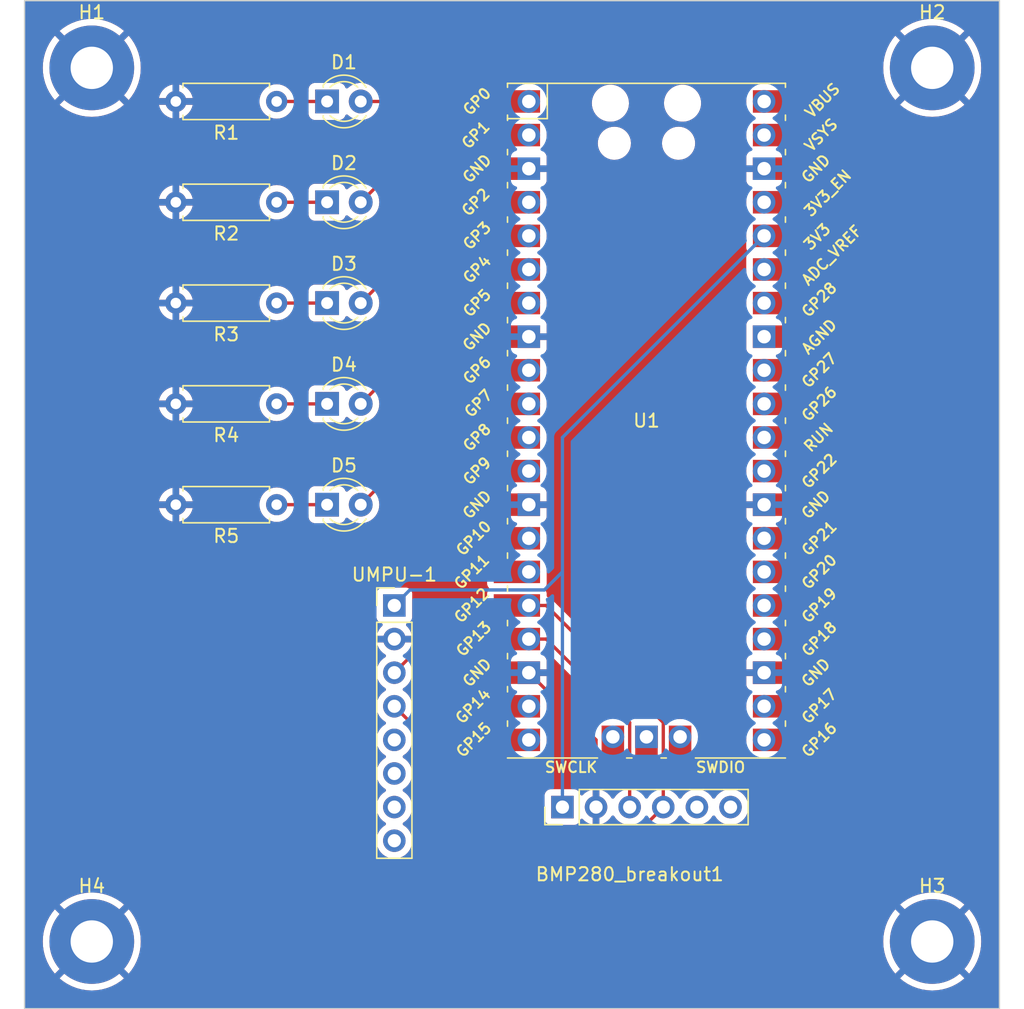
<source format=kicad_pcb>
(kicad_pcb (version 20221018) (generator pcbnew)
  (layers (0 "F.Cu" signal) (31 "B.Cu" signal) (34 "B.Paste" user) (35 "F.Paste" user) (36 "B.SilkS" user "B.Silkscreen") (37 "F.SilkS" user "F.Silkscreen") (38 "B.Mask" user) (39 "F.Mask" user) (44 "Edge.Cuts" user))
  (net 0 "")
  (net 1 "GND")
  (net 2 "Net-(D1-K)")
  (net 3 "Net-(D5-K)")
  (net 4 "Net-(D4-K)")
  (net 5 "Net-(D3-K)")
  (net 6 "Net-(D2-K)")
  (net 7 "Net-(D1-A)")
  (net 8 "Net-(D2-A)")
  (net 9 "Net-(D3-A)")
  (net 10 "Net-(D4-A)")
  (net 11 "Net-(D5-A)")
  (net 44 "Net-(BMP280_breakout1-VCC)")
  (net 45 "Net-(BMP280_breakout1-SCL)")
  (net 46 "Net-(BMP280_breakout1-SDA)")
  (footprint "Connector_PinHeader_2.54mm:PinHeader_1x08_P2.54mm_Vertical" (layer "F.Cu") (at 129.54 119.38)
    (fp_text reference "UMPU-1" (at 0 -2.33) (layer "F.SilkS"))
    (fp_text value "~")
    (fp_line (start -1.33 -1.33) (end 0 -1.33) (stroke (width 0.12)) (layer "F.SilkS"))
    (fp_line (start -1.33 0) (end -1.33 -1.33) (stroke (width 0.12)) (layer "F.SilkS"))
    (fp_line (start -1.33 1.27) (end -1.33 19.11) (stroke (width 0.12)) (layer "F.SilkS"))
    (fp_line (start -1.33 1.27) (end 1.33 1.27) (stroke (width 0.12)) (layer "F.SilkS"))
    (fp_line (start -1.33 19.11) (end 1.33 19.11) (stroke (width 0.12)) (layer "F.SilkS"))
    (fp_line (start 1.33 1.27) (end 1.33 19.11) (stroke (width 0.12)) (layer "F.SilkS"))
    (pad "1" thru_hole rect (at 0 0) (size 1.7 1.7) (drill 1) (layers "*.Cu" "*.Mask") (net 44 "Net-(BMP280_breakout1-VCC)"))
    (pad "2" thru_hole oval (at 0 2.54) (size 1.7 1.7) (drill 1) (layers "*.Cu" "*.Mask") (net 1 "GND"))
    (pad "3" thru_hole oval (at 0 5.08) (size 1.7 1.7) (drill 1) (layers "*.Cu" "*.Mask") (net 45 "Net-(BMP280_breakout1-SCL)"))
    (pad "4" thru_hole oval (at 0 7.62) (size 1.7 1.7) (drill 1) (layers "*.Cu" "*.Mask") (net 46 "Net-(BMP280_breakout1-SDA)"))
    (pad "5" thru_hole oval (at 0 10.16) (size 1.7 1.7) (drill 1) (layers "*.Cu" "*.Mask"))
    (pad "6" thru_hole oval (at 0 12.7) (size 1.7 1.7) (drill 1) (layers "*.Cu" "*.Mask"))
    (pad "7" thru_hole oval (at 0 15.24) (size 1.7 1.7) (drill 1) (layers "*.Cu" "*.Mask"))
    (pad "8" thru_hole oval (at 0 17.78) (size 1.7 1.7) (drill 1) (layers "*.Cu" "*.Mask"))
  )
  (footprint "Resistor_THT:R_Axial_DIN0207_L6.3mm_D2.5mm_P7.62mm_Horizontal" (layer "F.Cu") (at 120.65 88.9 180)
    (fp_text reference "R2" (at 3.81 -2.37) (layer "F.SilkS"))
    (fp_text value "R")
    (fp_line (start 0.54 -1.37) (end 7.08 -1.37) (stroke (width 0.12)) (layer "F.SilkS"))
    (fp_line (start 0.54 -1.04) (end 0.54 -1.37) (stroke (width 0.12)) (layer "F.SilkS"))
    (fp_line (start 0.54 1.04) (end 0.54 1.37) (stroke (width 0.12)) (layer "F.SilkS"))
    (fp_line (start 0.54 1.37) (end 7.08 1.37) (stroke (width 0.12)) (layer "F.SilkS"))
    (fp_line (start 7.08 -1.37) (end 7.08 -1.04) (stroke (width 0.12)) (layer "F.SilkS"))
    (fp_line (start 7.08 1.37) (end 7.08 1.04) (stroke (width 0.12)) (layer "F.SilkS"))
    (pad "1" thru_hole circle (at 0 0 180) (size 1.6 1.6) (drill 0.8) (layers "*.Cu" "*.Mask") (net 6 "Net-(D2-K)"))
    (pad "2" thru_hole oval (at 7.62 0 180) (size 1.6 1.6) (drill 0.8) (layers "*.Cu" "*.Mask") (net 1 "GND"))
  )
  (footprint "LED_THT:LED_D3.0mm" (layer "F.Cu") (at 124.46 111.76)
    (fp_text reference "D5" (at 1.27 -2.96) (layer "F.SilkS"))
    (fp_text value "LED")
    (fp_line (start -0.29 -1.236) (end -0.29 -1.08) (stroke (width 0.12)) (layer "F.SilkS"))
    (fp_line (start -0.29 1.08) (end -0.29 1.236) (stroke (width 0.12)) (layer "F.SilkS"))
    (fp_arc (start -0.29 -1.235516) (mid 1.366487 -1.987659) (end 2.942335 -1.078608) (stroke (width 0.12)) (layer "F.SilkS"))
    (fp_arc (start 0.229039 -1.08) (mid 1.270117 -1.5) (end 2.31113 -1.079837) (stroke (width 0.12)) (layer "F.SilkS"))
    (fp_arc (start 2.31113 1.079837) (mid 1.270117 1.5) (end 0.229039 1.08) (stroke (width 0.12)) (layer "F.SilkS"))
    (fp_arc (start 2.942335 1.078608) (mid 1.366487 1.987659) (end -0.29 1.235516) (stroke (width 0.12)) (layer "F.SilkS"))
    (pad "1" thru_hole rect (at 0 0) (size 1.8 1.8) (drill 0.9) (layers "*.Cu" "*.Mask") (net 3 "Net-(D5-K)"))
    (pad "2" thru_hole circle (at 2.54 0) (size 1.8 1.8) (drill 0.9) (layers "*.Cu" "*.Mask") (net 11 "Net-(D5-A)"))
  )
  (footprint "LED_THT:LED_D3.0mm" (layer "F.Cu") (at 124.46 88.9)
    (fp_text reference "D2" (at 1.27 -2.96) (layer "F.SilkS"))
    (fp_text value "LED")
    (fp_line (start -0.29 -1.236) (end -0.29 -1.08) (stroke (width 0.12)) (layer "F.SilkS"))
    (fp_line (start -0.29 1.08) (end -0.29 1.236) (stroke (width 0.12)) (layer "F.SilkS"))
    (fp_arc (start -0.29 -1.235516) (mid 1.366487 -1.987659) (end 2.942335 -1.078608) (stroke (width 0.12)) (layer "F.SilkS"))
    (fp_arc (start 0.229039 -1.08) (mid 1.270117 -1.5) (end 2.31113 -1.079837) (stroke (width 0.12)) (layer "F.SilkS"))
    (fp_arc (start 2.31113 1.079837) (mid 1.270117 1.5) (end 0.229039 1.08) (stroke (width 0.12)) (layer "F.SilkS"))
    (fp_arc (start 2.942335 1.078608) (mid 1.366487 1.987659) (end -0.29 1.235516) (stroke (width 0.12)) (layer "F.SilkS"))
    (pad "1" thru_hole rect (at 0 0) (size 1.8 1.8) (drill 0.9) (layers "*.Cu" "*.Mask") (net 6 "Net-(D2-K)"))
    (pad "2" thru_hole circle (at 2.54 0) (size 1.8 1.8) (drill 0.9) (layers "*.Cu" "*.Mask") (net 8 "Net-(D2-A)"))
  )
  (footprint "MountingHole:MountingHole_3.2mm_M3_Pad_TopBottom" (layer "F.Cu") (at 170.18 144.78)
    (fp_text reference "H3" (at 0 -4.2) (layer "F.SilkS"))
    (fp_text value "MountingHole_Pad")
    (pad "1" thru_hole circle (at 0 0) (size 3.6 3.6) (drill 3.2) (layers "*.Cu" "*.Mask") (net 1 "GND"))
    (pad "1" connect circle (at 0 0) (size 6.4 6.4) (layers "F.Cu" "F.Mask") (net 1 "GND"))
    (pad "1" connect circle (at 0 0) (size 6.4 6.4) (layers "B.Cu" "B.Mask") (net 1 "GND"))
  )
  (footprint "LED_THT:LED_D3.0mm" (layer "F.Cu") (at 124.46 96.52)
    (fp_text reference "D3" (at 1.27 -2.96) (layer "F.SilkS"))
    (fp_text value "LED")
    (fp_line (start -0.29 -1.236) (end -0.29 -1.08) (stroke (width 0.12)) (layer "F.SilkS"))
    (fp_line (start -0.29 1.08) (end -0.29 1.236) (stroke (width 0.12)) (layer "F.SilkS"))
    (fp_arc (start -0.29 -1.235516) (mid 1.366487 -1.987659) (end 2.942335 -1.078608) (stroke (width 0.12)) (layer "F.SilkS"))
    (fp_arc (start 0.229039 -1.08) (mid 1.270117 -1.5) (end 2.31113 -1.079837) (stroke (width 0.12)) (layer "F.SilkS"))
    (fp_arc (start 2.31113 1.079837) (mid 1.270117 1.5) (end 0.229039 1.08) (stroke (width 0.12)) (layer "F.SilkS"))
    (fp_arc (start 2.942335 1.078608) (mid 1.366487 1.987659) (end -0.29 1.235516) (stroke (width 0.12)) (layer "F.SilkS"))
    (pad "1" thru_hole rect (at 0 0) (size 1.8 1.8) (drill 0.9) (layers "*.Cu" "*.Mask") (net 5 "Net-(D3-K)"))
    (pad "2" thru_hole circle (at 2.54 0) (size 1.8 1.8) (drill 0.9) (layers "*.Cu" "*.Mask") (net 9 "Net-(D3-A)"))
  )
  (footprint "MountingHole:MountingHole_3.2mm_M3_Pad_TopBottom" (layer "F.Cu") (at 170.18 78.74)
    (fp_text reference "H2" (at 0 -4.2) (layer "F.SilkS"))
    (fp_text value "MountingHole_Pad")
    (pad "1" thru_hole circle (at 0 0) (size 3.6 3.6) (drill 3.2) (layers "*.Cu" "*.Mask") (net 1 "GND"))
    (pad "1" connect circle (at 0 0) (size 6.4 6.4) (layers "F.Cu" "F.Mask") (net 1 "GND"))
    (pad "1" connect circle (at 0 0) (size 6.4 6.4) (layers "B.Cu" "B.Mask") (net 1 "GND"))
  )
  (footprint "Connector_PinHeader_2.54mm:PinHeader_1x06_P2.54mm_Vertical" (layer "F.Cu") (at 142.24 134.62 90)
    (fp_text reference "BMP280_breakout1" (at -5.08 5.08 180) (layer "F.SilkS"))
    (fp_text value "~")
    (fp_line (start -1.33 -1.33) (end 0 -1.33) (stroke (width 0.12)) (layer "F.SilkS"))
    (fp_line (start -1.33 0) (end -1.33 -1.33) (stroke (width 0.12)) (layer "F.SilkS"))
    (fp_line (start -1.33 1.27) (end -1.33 14.03) (stroke (width 0.12)) (layer "F.SilkS"))
    (fp_line (start -1.33 1.27) (end 1.33 1.27) (stroke (width 0.12)) (layer "F.SilkS"))
    (fp_line (start -1.33 14.03) (end 1.33 14.03) (stroke (width 0.12)) (layer "F.SilkS"))
    (fp_line (start 1.33 1.27) (end 1.33 14.03) (stroke (width 0.12)) (layer "F.SilkS"))
    (pad "1" thru_hole rect (at 0 0 90) (size 1.7 1.7) (drill 1) (layers "*.Cu" "*.Mask") (net 44 "Net-(BMP280_breakout1-VCC)"))
    (pad "2" thru_hole oval (at 0 2.54 90) (size 1.7 1.7) (drill 1) (layers "*.Cu" "*.Mask") (net 1 "GND"))
    (pad "3" thru_hole oval (at 0 5.08 90) (size 1.7 1.7) (drill 1) (layers "*.Cu" "*.Mask") (net 45 "Net-(BMP280_breakout1-SCL)"))
    (pad "4" thru_hole oval (at 0 7.62 90) (size 1.7 1.7) (drill 1) (layers "*.Cu" "*.Mask") (net 46 "Net-(BMP280_breakout1-SDA)"))
    (pad "5" thru_hole oval (at 0 10.16 90) (size 1.7 1.7) (drill 1) (layers "*.Cu" "*.Mask"))
    (pad "6" thru_hole oval (at 0 12.7 90) (size 1.7 1.7) (drill 1) (layers "*.Cu" "*.Mask"))
  )
  (footprint "MountingHole:MountingHole_3.2mm_M3_Pad_TopBottom" (layer "F.Cu") (at 106.68 78.74)
    (fp_text reference "H1" (at 0 -4.2) (layer "F.SilkS"))
    (fp_text value "MountingHole_Pad")
    (pad "1" thru_hole circle (at 0 0) (size 3.6 3.6) (drill 3.2) (layers "*.Cu" "*.Mask") (net 1 "GND"))
    (pad "1" connect circle (at 0 0) (size 6.4 6.4) (layers "F.Cu" "F.Mask") (net 1 "GND"))
    (pad "1" connect circle (at 0 0) (size 6.4 6.4) (layers "B.Cu" "B.Mask") (net 1 "GND"))
  )
  (footprint "Resistor_THT:R_Axial_DIN0207_L6.3mm_D2.5mm_P7.62mm_Horizontal" (layer "F.Cu") (at 120.65 111.76 180)
    (fp_text reference "R5" (at 3.81 -2.37) (layer "F.SilkS"))
    (fp_text value "R")
    (fp_line (start 0.54 -1.37) (end 7.08 -1.37) (stroke (width 0.12)) (layer "F.SilkS"))
    (fp_line (start 0.54 -1.04) (end 0.54 -1.37) (stroke (width 0.12)) (layer "F.SilkS"))
    (fp_line (start 0.54 1.04) (end 0.54 1.37) (stroke (width 0.12)) (layer "F.SilkS"))
    (fp_line (start 0.54 1.37) (end 7.08 1.37) (stroke (width 0.12)) (layer "F.SilkS"))
    (fp_line (start 7.08 -1.37) (end 7.08 -1.04) (stroke (width 0.12)) (layer "F.SilkS"))
    (fp_line (start 7.08 1.37) (end 7.08 1.04) (stroke (width 0.12)) (layer "F.SilkS"))
    (pad "1" thru_hole circle (at 0 0 180) (size 1.6 1.6) (drill 0.8) (layers "*.Cu" "*.Mask") (net 3 "Net-(D5-K)"))
    (pad "2" thru_hole oval (at 7.62 0 180) (size 1.6 1.6) (drill 0.8) (layers "*.Cu" "*.Mask") (net 1 "GND"))
  )
  (footprint "MountingHole:MountingHole_3.2mm_M3_Pad_TopBottom" (layer "F.Cu") (at 106.68 144.78)
    (fp_text reference "H4" (at 0 -4.2) (layer "F.SilkS"))
    (fp_text value "MountingHole_Pad")
    (pad "1" thru_hole circle (at 0 0) (size 3.6 3.6) (drill 3.2) (layers "*.Cu" "*.Mask") (net 1 "GND"))
    (pad "1" connect circle (at 0 0) (size 6.4 6.4) (layers "F.Cu" "F.Mask") (net 1 "GND"))
    (pad "1" connect circle (at 0 0) (size 6.4 6.4) (layers "B.Cu" "B.Mask") (net 1 "GND"))
  )
  (footprint "Resistor_THT:R_Axial_DIN0207_L6.3mm_D2.5mm_P7.62mm_Horizontal" (layer "F.Cu") (at 120.65 81.28 180)
    (fp_text reference "R1" (at 3.81 -2.37) (layer "F.SilkS"))
    (fp_text value "R")
    (fp_line (start 0.54 -1.37) (end 7.08 -1.37) (stroke (width 0.12)) (layer "F.SilkS"))
    (fp_line (start 0.54 -1.04) (end 0.54 -1.37) (stroke (width 0.12)) (layer "F.SilkS"))
    (fp_line (start 0.54 1.04) (end 0.54 1.37) (stroke (width 0.12)) (layer "F.SilkS"))
    (fp_line (start 0.54 1.37) (end 7.08 1.37) (stroke (width 0.12)) (layer "F.SilkS"))
    (fp_line (start 7.08 -1.37) (end 7.08 -1.04) (stroke (width 0.12)) (layer "F.SilkS"))
    (fp_line (start 7.08 1.37) (end 7.08 1.04) (stroke (width 0.12)) (layer "F.SilkS"))
    (pad "1" thru_hole circle (at 0 0 180) (size 1.6 1.6) (drill 0.8) (layers "*.Cu" "*.Mask") (net 2 "Net-(D1-K)"))
    (pad "2" thru_hole oval (at 7.62 0 180) (size 1.6 1.6) (drill 0.8) (layers "*.Cu" "*.Mask") (net 1 "GND"))
  )
  (footprint "MCU_RaspberryPi_and_Boards:RPi_Pico_SMD_TH" (layer "F.Cu") (at 148.59 105.41)
    (fp_text reference "U1" (at 0 0) (layer "F.SilkS"))
    (fp_text value "Pico")
    (fp_text user "GP21" (at 13.054 8.9 45) (layer "F.SilkS") (effects (font (size 0.8 0.8))))
    (fp_text user "GND" (at -12.8 -6.35 45) (layer "F.SilkS") (effects (font (size 0.8 0.8))))
    (fp_text user "GP19" (at 13.054 13.97 45) (layer "F.SilkS") (effects (font (size 0.8 0.8))))
    (fp_text user "GP17" (at 13.054 21.59 45) (layer "F.SilkS") (effects (font (size 0.8 0.8))))
    (fp_text user "3V3_EN" (at 13.7 -17.2 45) (layer "F.SilkS") (effects (font (size 0.8 0.8))))
    (fp_text user "SWCLK" (at -5.7 26.2) (layer "F.SilkS") (effects (font (size 0.8 0.8))))
    (fp_text user "GND" (at 12.8 -19.05 45) (layer "F.SilkS") (effects (font (size 0.8 0.8))))
    (fp_text user "GND" (at 12.8 6.35 45) (layer "F.SilkS") (effects (font (size 0.8 0.8))))
    (fp_text user "GP4" (at -12.8 -11.43 45) (layer "F.SilkS") (effects (font (size 0.8 0.8))))
    (fp_text user "VBUS" (at 13.3 -24.2 45) (layer "F.SilkS") (effects (font (size 0.8 0.8))))
    (fp_text user "GP12" (at -13.2 13.97 45) (layer "F.SilkS") (effects (font (size 0.8 0.8))))
    (fp_text user "ADC_VREF" (at 14 -12.5 45) (layer "F.SilkS") (effects (font (size 0.8 0.8))))
    (fp_text user "GP6" (at -12.8 -3.81 45) (layer "F.SilkS") (effects (font (size 0.8 0.8))))
    (fp_text user "GND" (at -12.8 -19.05 45) (layer "F.SilkS") (effects (font (size 0.8 0.8))))
    (fp_text user "GP14" (at -13.1 21.59 45) (layer "F.SilkS") (effects (font (size 0.8 0.8))))
    (fp_text user "GND" (at 12.8 19.05 45) (layer "F.SilkS") (effects (font (size 0.8 0.8))))
    (fp_text user "SWDIO" (at 5.6 26.2) (layer "F.SilkS") (effects (font (size 0.8 0.8))))
    (fp_text user "GP28" (at 13.054 -9.144 45) (layer "F.SilkS") (effects (font (size 0.8 0.8))))
    (fp_text user "GP15" (at -13.054 24.13 45) (layer "F.SilkS") (effects (font (size 0.8 0.8))))
    (fp_text user "AGND" (at 13.054 -6.35 45) (layer "F.SilkS") (effects (font (size 0.8 0.8))))
    (fp_text user "VSYS" (at 13.2 -21.59 45) (layer "F.SilkS") (effects (font (size 0.8 0.8))))
    (fp_text user "GP13" (at -13.054 16.51 45) (layer "F.SilkS") (effects (font (size 0.8 0.8))))
    (fp_text user "GP0" (at -12.8 -24.13 45) (layer "F.SilkS") (effects (font (size 0.8 0.8))))
    (fp_text user "GP8" (at -12.8 1.27 45) (layer "F.SilkS") (effects (font (size 0.8 0.8))))
    (fp_text user "GND" (at -12.8 6.35 45) (layer "F.SilkS") (effects (font (size 0.8 0.8))))
    (fp_text user "GP1" (at -12.9 -21.6 45) (layer "F.SilkS") (effects (font (size 0.8 0.8))))
    (fp_text user "GP11" (at -13.2 11.43 45) (layer "F.SilkS") (effects (font (size 0.8 0.8))))
    (fp_text user "GP18" (at 13.054 16.51 45) (layer "F.SilkS") (effects (font (size 0.8 0.8))))
    (fp_text user "GND" (at -12.8 19.05 45) (layer "F.SilkS") (effects (font (size 0.8 0.8))))
    (fp_text user "GP26" (at 13.054 -1.27 45) (layer "F.SilkS") (effects (font (size 0.8 0.8))))
    (fp_text user "GP10" (at -13.054 8.89 45) (layer "F.SilkS") (effects (font (size 0.8 0.8))))
    (fp_text user "GP20" (at 13.054 11.43 45) (layer "F.SilkS") (effects (font (size 0.8 0.8))))
    (fp_text user "GP2" (at -12.9 -16.51 45) (layer "F.SilkS") (effects (font (size 0.8 0.8))))
    (fp_text user "RUN" (at 13 1.27 45) (layer "F.SilkS") (effects (font (size 0.8 0.8))))
    (fp_text user "3V3" (at 12.9 -13.9 45) (layer "F.SilkS") (effects (font (size 0.8 0.8))))
    (fp_text user "GP27" (at 13.054 -3.8 45) (layer "F.SilkS") (effects (font (size 0.8 0.8))))
    (fp_text user "GP16" (at 13.054 24.13 45) (layer "F.SilkS") (effects (font (size 0.8 0.8))))
    (fp_text user "GP9" (at -12.8 3.81 45) (layer "F.SilkS") (effects (font (size 0.8 0.8))))
    (fp_text user "GP22" (at 13.054 3.81 45) (layer "F.SilkS") (effects (font (size 0.8 0.8))))
    (fp_text user "GP7" (at -12.7 -1.3 45) (layer "F.SilkS") (effects (font (size 0.8 0.8))))
    (fp_text user "GP3" (at -12.8 -13.97 45) (layer "F.SilkS") (effects (font (size 0.8 0.8))))
    (fp_text user "GP5" (at -12.8 -8.89 45) (layer "F.SilkS") (effects (font (size 0.8 0.8))))
    (fp_line (start -10.5 -25.5) (end -10.5 -25.2) (stroke (width 0.12)) (layer "F.SilkS"))
    (fp_line (start -10.5 -25.5) (end 10.5 -25.5) (stroke (width 0.12)) (layer "F.SilkS"))
    (fp_line (start -10.5 -23.1) (end -10.5 -22.7) (stroke (width 0.12)) (layer "F.SilkS"))
    (fp_line (start -10.5 -22.833) (end -7.493 -22.833) (stroke (width 0.12)) (layer "F.SilkS"))
    (fp_line (start -10.5 -20.5) (end -10.5 -20.1) (stroke (width 0.12)) (layer "F.SilkS"))
    (fp_line (start -10.5 -18) (end -10.5 -17.6) (stroke (width 0.12)) (layer "F.SilkS"))
    (fp_line (start -10.5 -15.4) (end -10.5 -15) (stroke (width 0.12)) (layer "F.SilkS"))
    (fp_line (start -10.5 -12.9) (end -10.5 -12.5) (stroke (width 0.12)) (layer "F.SilkS"))
    (fp_line (start -10.5 -10.4) (end -10.5 -10) (stroke (width 0.12)) (layer "F.SilkS"))
    (fp_line (start -10.5 -7.8) (end -10.5 -7.4) (stroke (width 0.12)) (layer "F.SilkS"))
    (fp_line (start -10.5 -5.3) (end -10.5 -4.9) (stroke (width 0.12)) (layer "F.SilkS"))
    (fp_line (start -10.5 -2.7) (end -10.5 -2.3) (stroke (width 0.12)) (layer "F.SilkS"))
    (fp_line (start -10.5 -0.2) (end -10.5 0.2) (stroke (width 0.12)) (layer "F.SilkS"))
    (fp_line (start -10.5 2.3) (end -10.5 2.7) (stroke (width 0.12)) (layer "F.SilkS"))
    (fp_line (start -10.5 4.9) (end -10.5 5.3) (stroke (width 0.12)) (layer "F.SilkS"))
    (fp_line (start -10.5 7.4) (end -10.5 7.8) (stroke (width 0.12)) (layer "F.SilkS"))
    (fp_line (start -10.5 10) (end -10.5 10.4) (stroke (width 0.12)) (layer "F.SilkS"))
    (fp_line (start -10.5 12.5) (end -10.5 12.9) (stroke (width 0.12)) (layer "F.SilkS"))
    (fp_line (start -10.5 15.1) (end -10.5 15.5) (stroke (width 0.12)) (layer "F.SilkS"))
    (fp_line (start -10.5 17.6) (end -10.5 18) (stroke (width 0.12)) (layer "F.SilkS"))
    (fp_line (start -10.5 20.1) (end -10.5 20.5) (stroke (width 0.12)) (layer "F.SilkS"))
    (fp_line (start -10.5 22.7) (end -10.5 23.1) (stroke (width 0.12)) (layer "F.SilkS"))
    (fp_line (start -7.493 -22.833) (end -7.493 -25.5) (stroke (width 0.12)) (layer "F.SilkS"))
    (fp_line (start -3.7 25.5) (end -10.5 25.5) (stroke (width 0.12)) (layer "F.SilkS"))
    (fp_line (start -1.5 25.5) (end -1.1 25.5) (stroke (width 0.12)) (layer "F.SilkS"))
    (fp_line (start 1.1 25.5) (end 1.5 25.5) (stroke (width 0.12)) (layer "F.SilkS"))
    (fp_line (start 10.5 -25.5) (end 10.5 -25.2) (stroke (width 0.12)) (layer "F.SilkS"))
    (fp_line (start 10.5 -23.1) (end 10.5 -22.7) (stroke (width 0.12)) (layer "F.SilkS"))
    (fp_line (start 10.5 -20.5) (end 10.5 -20.1) (stroke (width 0.12)) (layer "F.SilkS"))
    (fp_line (start 10.5 -18) (end 10.5 -17.6) (stroke (width 0.12)) (layer "F.SilkS"))
    (fp_line (start 10.5 -15.4) (end 10.5 -15) (stroke (width 0.12)) (layer "F.SilkS"))
    (fp_line (start 10.5 -12.9) (end 10.5 -12.5) (stroke (width 0.12)) (layer "F.SilkS"))
    (fp_line (start 10.5 -10.4) (end 10.5 -10) (stroke (width 0.12)) (layer "F.SilkS"))
    (fp_line (start 10.5 -7.8) (end 10.5 -7.4) (stroke (width 0.12)) (layer "F.SilkS"))
    (fp_line (start 10.5 -5.3) (end 10.5 -4.9) (stroke (width 0.12)) (layer "F.SilkS"))
    (fp_line (start 10.5 -2.7) (end 10.5 -2.3) (stroke (width 0.12)) (layer "F.SilkS"))
    (fp_line (start 10.5 -0.2) (end 10.5 0.2) (stroke (width 0.12)) (layer "F.SilkS"))
    (fp_line (start 10.5 2.3) (end 10.5 2.7) (stroke (width 0.12)) (layer "F.SilkS"))
    (fp_line (start 10.5 4.9) (end 10.5 5.3) (stroke (width 0.12)) (layer "F.SilkS"))
    (fp_line (start 10.5 7.4) (end 10.5 7.8) (stroke (width 0.12)) (layer "F.SilkS"))
    (fp_line (start 10.5 10) (end 10.5 10.4) (stroke (width 0.12)) (layer "F.SilkS"))
    (fp_line (start 10.5 12.5) (end 10.5 12.9) (stroke (width 0.12)) (layer "F.SilkS"))
    (fp_line (start 10.5 15.1) (end 10.5 15.5) (stroke (width 0.12)) (layer "F.SilkS"))
    (fp_line (start 10.5 17.6) (end 10.5 18) (stroke (width 0.12)) (layer "F.SilkS"))
    (fp_line (start 10.5 20.1) (end 10.5 20.5) (stroke (width 0.12)) (layer "F.SilkS"))
    (fp_line (start 10.5 22.7) (end 10.5 23.1) (stroke (width 0.12)) (layer "F.SilkS"))
    (fp_line (start 10.5 25.5) (end 3.7 25.5) (stroke (width 0.12)) (layer "F.SilkS"))
    (pad "" np_thru_hole oval (at -2.725 -24) (size 1.8 1.8) (drill 1.8) (layers "*.Cu" "*.Mask"))
    (pad "" np_thru_hole oval (at -2.425 -20.97) (size 1.5 1.5) (drill 1.5) (layers "*.Cu" "*.Mask"))
    (pad "" np_thru_hole oval (at 2.425 -20.97) (size 1.5 1.5) (drill 1.5) (layers "*.Cu" "*.Mask"))
    (pad "" np_thru_hole oval (at 2.725 -24) (size 1.8 1.8) (drill 1.8) (layers "*.Cu" "*.Mask"))
    (pad "1" thru_hole oval (at -8.89 -24.13) (size 1.7 1.7) (drill 1.02) (layers "*.Cu" "*.Mask") (net 7 "Net-(D1-A)"))
    (pad "1" smd rect (at -8.89 -24.13) (size 3.5 1.7) (drill (offset -0.9 0)) (layers "F.Cu" "F.Mask") (net 7 "Net-(D1-A)"))
    (pad "2" thru_hole oval (at -8.89 -21.59) (size 1.7 1.7) (drill 1.02) (layers "*.Cu" "*.Mask") (net 8 "Net-(D2-A)"))
    (pad "2" smd rect (at -8.89 -21.59) (size 3.5 1.7) (drill (offset -0.9 0)) (layers "F.Cu" "F.Mask") (net 8 "Net-(D2-A)"))
    (pad "3" thru_hole rect (at -8.89 -19.05) (size 1.7 1.7) (drill 1.02) (layers "*.Cu" "*.Mask") (net 1 "GND"))
    (pad "3" smd rect (at -8.89 -19.05) (size 3.5 1.7) (drill (offset -0.9 0)) (layers "F.Cu" "F.Mask") (net 1 "GND"))
    (pad "4" thru_hole oval (at -8.89 -16.51) (size 1.7 1.7) (drill 1.02) (layers "*.Cu" "*.Mask") (net 9 "Net-(D3-A)"))
    (pad "4" smd rect (at -8.89 -16.51) (size 3.5 1.7) (drill (offset -0.9 0)) (layers "F.Cu" "F.Mask") (net 9 "Net-(D3-A)"))
    (pad "5" thru_hole oval (at -8.89 -13.97) (size 1.7 1.7) (drill 1.02) (layers "*.Cu" "*.Mask") (net 10 "Net-(D4-A)"))
    (pad "5" smd rect (at -8.89 -13.97) (size 3.5 1.7) (drill (offset -0.9 0)) (layers "F.Cu" "F.Mask") (net 10 "Net-(D4-A)"))
    (pad "6" thru_hole oval (at -8.89 -11.43) (size 1.7 1.7) (drill 1.02) (layers "*.Cu" "*.Mask") (net 11 "Net-(D5-A)"))
    (pad "6" smd rect (at -8.89 -11.43) (size 3.5 1.7) (drill (offset -0.9 0)) (layers "F.Cu" "F.Mask") (net 11 "Net-(D5-A)"))
    (pad "7" thru_hole oval (at -8.89 -8.89) (size 1.7 1.7) (drill 1.02) (layers "*.Cu" "*.Mask"))
    (pad "7" smd rect (at -8.89 -8.89) (size 3.5 1.7) (drill (offset -0.9 0)) (layers "F.Cu" "F.Mask"))
    (pad "8" thru_hole rect (at -8.89 -6.35) (size 1.7 1.7) (drill 1.02) (layers "*.Cu" "*.Mask") (net 1 "GND"))
    (pad "8" smd rect (at -8.89 -6.35) (size 3.5 1.7) (drill (offset -0.9 0)) (layers "F.Cu" "F.Mask") (net 1 "GND"))
    (pad "9" thru_hole oval (at -8.89 -3.81) (size 1.7 1.7) (drill 1.02) (layers "*.Cu" "*.Mask"))
    (pad "9" smd rect (at -8.89 -3.81) (size 3.5 1.7) (drill (offset -0.9 0)) (layers "F.Cu" "F.Mask"))
    (pad "10" thru_hole oval (at -8.89 -1.27) (size 1.7 1.7) (drill 1.02) (layers "*.Cu" "*.Mask"))
    (pad "10" smd rect (at -8.89 -1.27) (size 3.5 1.7) (drill (offset -0.9 0)) (layers "F.Cu" "F.Mask"))
    (pad "11" thru_hole oval (at -8.89 1.27) (size 1.7 1.7) (drill 1.02) (layers "*.Cu" "*.Mask"))
    (pad "11" smd rect (at -8.89 1.27) (size 3.5 1.7) (drill (offset -0.9 0)) (layers "F.Cu" "F.Mask"))
    (pad "12" thru_hole oval (at -8.89 3.81) (size 1.7 1.7) (drill 1.02) (layers "*.Cu" "*.Mask"))
    (pad "12" smd rect (at -8.89 3.81) (size 3.5 1.7) (drill (offset -0.9 0)) (layers "F.Cu" "F.Mask"))
    (pad "13" thru_hole rect (at -8.89 6.35) (size 1.7 1.7) (drill 1.02) (layers "*.Cu" "*.Mask") (net 1 "GND"))
    (pad "13" smd rect (at -8.89 6.35) (size 3.5 1.7) (drill (offset -0.9 0)) (layers "F.Cu" "F.Mask") (net 1 "GND"))
    (pad "14" thru_hole oval (at -8.89 8.89) (size 1.7 1.7) (drill 1.02) (layers "*.Cu" "*.Mask"))
    (pad "14" smd rect (at -8.89 8.89) (size 3.5 1.7) (drill (offset -0.9 0)) (layers "F.Cu" "F.Mask"))
    (pad "15" thru_hole oval (at -8.89 11.43) (size 1.7 1.7) (drill 1.02) (layers "*.Cu" "*.Mask"))
    (pad "15" smd rect (at -8.89 11.43) (size 3.5 1.7) (drill (offset -0.9 0)) (layers "F.Cu" "F.Mask"))
    (pad "16" thru_hole oval (at -8.89 13.97) (size 1.7 1.7) (drill 1.02) (layers "*.Cu" "*.Mask") (net 46 "Net-(BMP280_breakout1-SDA)"))
    (pad "16" smd rect (at -8.89 13.97) (size 3.5 1.7) (drill (offset -0.9 0)) (layers "F.Cu" "F.Mask") (net 46 "Net-(BMP280_breakout1-SDA)"))
    (pad "17" thru_hole oval (at -8.89 16.51) (size 1.7 1.7) (drill 1.02) (layers "*.Cu" "*.Mask") (net 45 "Net-(BMP280_breakout1-SCL)"))
    (pad "17" smd rect (at -8.89 16.51) (size 3.5 1.7) (drill (offset -0.9 0)) (layers "F.Cu" "F.Mask") (net 45 "Net-(BMP280_breakout1-SCL)"))
    (pad "18" thru_hole rect (at -8.89 19.05) (size 1.7 1.7) (drill 1.02) (layers "*.Cu" "*.Mask") (net 1 "GND"))
    (pad "18" smd rect (at -8.89 19.05) (size 3.5 1.7) (drill (offset -0.9 0)) (layers "F.Cu" "F.Mask") (net 1 "GND"))
    (pad "19" thru_hole oval (at -8.89 21.59) (size 1.7 1.7) (drill 1.02) (layers "*.Cu" "*.Mask"))
    (pad "19" smd rect (at -8.89 21.59) (size 3.5 1.7) (drill (offset -0.9 0)) (layers "F.Cu" "F.Mask"))
    (pad "20" thru_hole oval (at -8.89 24.13) (size 1.7 1.7) (drill 1.02) (layers "*.Cu" "*.Mask"))
    (pad "20" smd rect (at -8.89 24.13) (size 3.5 1.7) (drill (offset -0.9 0)) (layers "F.Cu" "F.Mask"))
    (pad "21" thru_hole oval (at 8.89 24.13) (size 1.7 1.7) (drill 1.02) (layers "*.Cu" "*.Mask"))
    (pad "21" smd rect (at 8.89 24.13) (size 3.5 1.7) (drill (offset 0.9 0)) (layers "F.Cu" "F.Mask"))
    (pad "22" thru_hole oval (at 8.89 21.59) (size 1.7 1.7) (drill 1.02) (layers "*.Cu" "*.Mask"))
    (pad "22" smd rect (at 8.89 21.59) (size 3.5 1.7) (drill (offset 0.9 0)) (layers "F.Cu" "F.Mask"))
    (pad "23" thru_hole rect (at 8.89 19.05) (size 1.7 1.7) (drill 1.02) (layers "*.Cu" "*.Mask") (net 1 "GND"))
    (pad "23" smd rect (at 8.89 19.05) (size 3.5 1.7) (drill (offset 0.9 0)) (layers "F.Cu" "F.Mask") (net 1 "GND"))
    (pad "24" thru_hole oval (at 8.89 16.51) (size 1.7 1.7) (drill 1.02) (layers "*.Cu" "*.Mask"))
    (pad "24" smd rect (at 8.89 16.51) (size 3.5 1.7) (drill (offset 0.9 0)) (layers "F.Cu" "F.Mask"))
    (pad "25" thru_hole oval (at 8.89 13.97) (size 1.7 1.7) (drill 1.02) (layers "*.Cu" "*.Mask"))
    (pad "25" smd rect (at 8.89 13.97) (size 3.5 1.7) (drill (offset 0.9 0)) (layers "F.Cu" "F.Mask"))
    (pad "26" thru_hole oval (at 8.89 11.43) (size 1.7 1.7) (drill 1.02) (layers "*.Cu" "*.Mask"))
    (pad "26" smd rect (at 8.89 11.43) (size 3.5 1.7) (drill (offset 0.9 0)) (layers "F.Cu" "F.Mask"))
    (pad "27" thru_hole oval (at 8.89 8.89) (size 1.7 1.7) (drill 1.02) (layers "*.Cu" "*.Mask"))
    (pad "27" smd rect (at 8.89 8.89) (size 3.5 1.7) (drill (offset 0.9 0)) (layers "F.Cu" "F.Mask"))
    (pad "28" thru_hole rect (at 8.89 6.35) (size 1.7 1.7) (drill 1.02) (layers "*.Cu" "*.Mask") (net 1 "GND"))
    (pad "28" smd rect (at 8.89 6.35) (size 3.5 1.7) (drill (offset 0.9 0)) (layers "F.Cu" "F.Mask") (net 1 "GND"))
    (pad "29" thru_hole oval (at 8.89 3.81) (size 1.7 1.7) (drill 1.02) (layers "*.Cu" "*.Mask"))
    (pad "29" smd rect (at 8.89 3.81) (size 3.5 1.7) (drill (offset 0.9 0)) (layers "F.Cu" "F.Mask"))
    (pad "30" thru_hole oval (at 8.89 1.27) (size 1.7 1.7) (drill 1.02) (layers "*.Cu" "*.Mask"))
    (pad "30" smd rect (at 8.89 1.27) (size 3.5 1.7) (drill (offset 0.9 0)) (layers "F.Cu" "F.Mask"))
    (pad "31" thru_hole oval (at 8.89 -1.27) (size 1.7 1.7) (drill 1.02) (layers "*.Cu" "*.Mask"))
    (pad "31" smd rect (at 8.89 -1.27) (size 3.5 1.7) (drill (offset 0.9 0)) (layers "F.Cu" "F.Mask"))
    (pad "32" thru_hole oval (at 8.89 -3.81) (size 1.7 1.7) (drill 1.02) (layers "*.Cu" "*.Mask"))
    (pad "32" smd rect (at 8.89 -3.81) (size 3.5 1.7) (drill (offset 0.9 0)) (layers "F.Cu" "F.Mask"))
    (pad "33" thru_hole rect (at 8.89 -6.35) (size 1.7 1.7) (drill 1.02) (layers "*.Cu" "*.Mask"))
    (pad "33" smd rect (at 8.89 -6.35) (size 3.5 1.7) (drill (offset 0.9 0)) (layers "F.Cu" "F.Mask"))
    (pad "34" thru_hole oval (at 8.89 -8.89) (size 1.7 1.7) (drill 1.02) (layers "*.Cu" "*.Mask"))
    (pad "34" smd rect (at 8.89 -8.89) (size 3.5 1.7) (drill (offset 0.9 0)) (layers "F.Cu" "F.Mask"))
    (pad "35" thru_hole oval (at 8.89 -11.43) (size 1.7 1.7) (drill 1.02) (layers "*.Cu" "*.Mask"))
    (pad "35" smd rect (at 8.89 -11.43) (size 3.5 1.7) (drill (offset 0.9 0)) (layers "F.Cu" "F.Mask"))
    (pad "36" thru_hole oval (at 8.89 -13.97) (size 1.7 1.7) (drill 1.02) (layers "*.Cu" "*.Mask") (net 44 "Net-(BMP280_breakout1-VCC)"))
    (pad "36" smd rect (at 8.89 -13.97) (size 3.5 1.7) (drill (offset 0.9 0)) (layers "F.Cu" "F.Mask") (net 44 "Net-(BMP280_breakout1-VCC)"))
    (pad "37" thru_hole oval (at 8.89 -16.51) (size 1.7 1.7) (drill 1.02) (layers "*.Cu" "*.Mask"))
    (pad "37" smd rect (at 8.89 -16.51) (size 3.5 1.7) (drill (offset 0.9 0)) (layers "F.Cu" "F.Mask"))
    (pad "38" thru_hole rect (at 8.89 -19.05) (size 1.7 1.7) (drill 1.02) (layers "*.Cu" "*.Mask") (net 1 "GND"))
    (pad "38" smd rect (at 8.89 -19.05) (size 3.5 1.7) (drill (offset 0.9 0)) (layers "F.Cu" "F.Mask") (net 1 "GND"))
    (pad "39" thru_hole oval (at 8.89 -21.59) (size 1.7 1.7) (drill 1.02) (layers "*.Cu" "*.Mask"))
    (pad "39" smd rect (at 8.89 -21.59) (size 3.5 1.7) (drill (offset 0.9 0)) (layers "F.Cu" "F.Mask"))
    (pad "40" thru_hole oval (at 8.89 -24.13) (size 1.7 1.7) (drill 1.02) (layers "*.Cu" "*.Mask"))
    (pad "40" smd rect (at 8.89 -24.13) (size 3.5 1.7) (drill (offset 0.9 0)) (layers "F.Cu" "F.Mask"))
    (pad "41" thru_hole oval (at -2.54 23.9) (size 1.7 1.7) (drill 1.02) (layers "*.Cu" "*.Mask"))
    (pad "41" smd rect (at -2.54 23.9 90) (size 3.5 1.7) (drill (offset -0.9 0)) (layers "F.Cu" "F.Mask"))
    (pad "42" thru_hole rect (at 0 23.9) (size 1.7 1.7) (drill 1.02) (layers "*.Cu" "*.Mask"))
    (pad "42" smd rect (at 0 23.9 90) (size 3.5 1.7) (drill (offset -0.9 0)) (layers "F.Cu" "F.Mask"))
    (pad "43" thru_hole oval (at 2.54 23.9) (size 1.7 1.7) (drill 1.02) (layers "*.Cu" "*.Mask"))
    (pad "43" smd rect (at 2.54 23.9 90) (size 3.5 1.7) (drill (offset -0.9 0)) (layers "F.Cu" "F.Mask"))
  )
  (footprint "LED_THT:LED_D3.0mm" (layer "F.Cu") (at 124.46 81.28)
    (fp_text reference "D1" (at 1.27 -2.96) (layer "F.SilkS"))
    (fp_text value "LED")
    (fp_line (start -0.29 -1.236) (end -0.29 -1.08) (stroke (width 0.12)) (layer "F.SilkS"))
    (fp_line (start -0.29 1.08) (end -0.29 1.236) (stroke (width 0.12)) (layer "F.SilkS"))
    (fp_arc (start -0.29 -1.235516) (mid 1.366487 -1.987659) (end 2.942335 -1.078608) (stroke (width 0.12)) (layer "F.SilkS"))
    (fp_arc (start 0.229039 -1.08) (mid 1.270117 -1.5) (end 2.31113 -1.079837) (stroke (width 0.12)) (layer "F.SilkS"))
    (fp_arc (start 2.31113 1.079837) (mid 1.270117 1.5) (end 0.229039 1.08) (stroke (width 0.12)) (layer "F.SilkS"))
    (fp_arc (start 2.942335 1.078608) (mid 1.366487 1.987659) (end -0.29 1.235516) (stroke (width 0.12)) (layer "F.SilkS"))
    (pad "1" thru_hole rect (at 0 0) (size 1.8 1.8) (drill 0.9) (layers "*.Cu" "*.Mask") (net 2 "Net-(D1-K)"))
    (pad "2" thru_hole circle (at 2.54 0) (size 1.8 1.8) (drill 0.9) (layers "*.Cu" "*.Mask") (net 7 "Net-(D1-A)"))
  )
  (footprint "Resistor_THT:R_Axial_DIN0207_L6.3mm_D2.5mm_P7.62mm_Horizontal" (layer "F.Cu") (at 120.65 104.14 180)
    (fp_text reference "R4" (at 3.81 -2.37) (layer "F.SilkS"))
    (fp_text value "R")
    (fp_line (start 0.54 -1.37) (end 7.08 -1.37) (stroke (width 0.12)) (layer "F.SilkS"))
    (fp_line (start 0.54 -1.04) (end 0.54 -1.37) (stroke (width 0.12)) (layer "F.SilkS"))
    (fp_line (start 0.54 1.04) (end 0.54 1.37) (stroke (width 0.12)) (layer "F.SilkS"))
    (fp_line (start 0.54 1.37) (end 7.08 1.37) (stroke (width 0.12)) (layer "F.SilkS"))
    (fp_line (start 7.08 -1.37) (end 7.08 -1.04) (stroke (width 0.12)) (layer "F.SilkS"))
    (fp_line (start 7.08 1.37) (end 7.08 1.04) (stroke (width 0.12)) (layer "F.SilkS"))
    (pad "1" thru_hole circle (at 0 0 180) (size 1.6 1.6) (drill 0.8) (layers "*.Cu" "*.Mask") (net 4 "Net-(D4-K)"))
    (pad "2" thru_hole oval (at 7.62 0 180) (size 1.6 1.6) (drill 0.8) (layers "*.Cu" "*.Mask") (net 1 "GND"))
  )
  (footprint "Resistor_THT:R_Axial_DIN0207_L6.3mm_D2.5mm_P7.62mm_Horizontal" (layer "F.Cu") (at 120.65 96.52 180)
    (fp_text reference "R3" (at 3.81 -2.37) (layer "F.SilkS"))
    (fp_text value "R")
    (fp_line (start 0.54 -1.37) (end 7.08 -1.37) (stroke (width 0.12)) (layer "F.SilkS"))
    (fp_line (start 0.54 -1.04) (end 0.54 -1.37) (stroke (width 0.12)) (layer "F.SilkS"))
    (fp_line (start 0.54 1.04) (end 0.54 1.37) (stroke (width 0.12)) (layer "F.SilkS"))
    (fp_line (start 0.54 1.37) (end 7.08 1.37) (stroke (width 0.12)) (layer "F.SilkS"))
    (fp_line (start 7.08 -1.37) (end 7.08 -1.04) (stroke (width 0.12)) (layer "F.SilkS"))
    (fp_line (start 7.08 1.37) (end 7.08 1.04) (stroke (width 0.12)) (layer "F.SilkS"))
    (pad "1" thru_hole circle (at 0 0 180) (size 1.6 1.6) (drill 0.8) (layers "*.Cu" "*.Mask") (net 5 "Net-(D3-K)"))
    (pad "2" thru_hole oval (at 7.62 0 180) (size 1.6 1.6) (drill 0.8) (layers "*.Cu" "*.Mask") (net 1 "GND"))
  )
  (footprint "LED_THT:LED_D3.0mm" (layer "F.Cu") (at 124.46 104.14)
    (fp_text reference "D4" (at 1.27 -2.96) (layer "F.SilkS"))
    (fp_text value "LED")
    (fp_line (start -0.29 -1.236) (end -0.29 -1.08) (stroke (width 0.12)) (layer "F.SilkS"))
    (fp_line (start -0.29 1.08) (end -0.29 1.236) (stroke (width 0.12)) (layer "F.SilkS"))
    (fp_arc (start -0.29 -1.235516) (mid 1.366487 -1.987659) (end 2.942335 -1.078608) (stroke (width 0.12)) (layer "F.SilkS"))
    (fp_arc (start 0.229039 -1.08) (mid 1.270117 -1.5) (end 2.31113 -1.079837) (stroke (width 0.12)) (layer "F.SilkS"))
    (fp_arc (start 2.31113 1.079837) (mid 1.270117 1.5) (end 0.229039 1.08) (stroke (width 0.12)) (layer "F.SilkS"))
    (fp_arc (start 2.942335 1.078608) (mid 1.366487 1.987659) (end -0.29 1.235516) (stroke (width 0.12)) (layer "F.SilkS"))
    (pad "1" thru_hole rect (at 0 0) (size 1.8 1.8) (drill 0.9) (layers "*.Cu" "*.Mask") (net 4 "Net-(D4-K)"))
    (pad "2" thru_hole circle (at 2.54 0) (size 1.8 1.8) (drill 0.9) (layers "*.Cu" "*.Mask") (net 10 "Net-(D4-A)"))
  )
  (gr_rect (start 101.6 73.66) (end 175.26 149.86) (stroke (width 0.1)) (fill none) (layer "Edge.Cuts"))
  (segment (start 144.78 129.54) (end 139.7 124.46) (width 0.25) (layer "F.Cu") (net 1))
  (segment (start 144.78 134.62) (end 144.78 129.54) (width 0.25) (layer "F.Cu") (net 1))
  (segment (start 120.65 81.28) (end 124.46 81.28) (width 0.25) (layer "F.Cu") (net 2))
  (segment (start 124.46 111.76) (end 120.65 111.76) (width 0.25) (layer "F.Cu") (net 3))
  (segment (start 120.65 104.14) (end 124.46 104.14) (width 0.25) (layer "F.Cu") (net 4))
  (segment (start 120.65 96.52) (end 124.46 96.52) (width 0.25) (layer "F.Cu") (net 5))
  (segment (start 120.65 88.9) (end 124.46 88.9) (width 0.25) (layer "F.Cu") (net 6))
  (segment (start 127 81.28) (end 139.7 81.28) (width 0.25) (layer "F.Cu") (net 7))
  (segment (start 127 88.9) (end 132.08 83.82) (width 0.25) (layer "F.Cu") (net 8))
  (segment (start 132.08 83.82) (end 139.7 83.82) (width 0.25) (layer "F.Cu") (net 8))
  (segment (start 134.62 88.9) (end 139.7 88.9) (width 0.25) (layer "F.Cu") (net 9))
  (segment (start 127 96.52) (end 134.62 88.9) (width 0.25) (layer "F.Cu") (net 9))
  (segment (start 129.54 101.6) (end 129.54 96.52) (width 0.25) (layer "F.Cu") (net 10))
  (segment (start 129.54 96.52) (end 134.62 91.44) (width 0.25) (layer "F.Cu") (net 10))
  (segment (start 127 104.14) (end 129.54 101.6) (width 0.25) (layer "F.Cu") (net 10))
  (segment (start 134.62 91.44) (end 139.7 91.44) (width 0.25) (layer "F.Cu") (net 10))
  (segment (start 132.08 106.68) (end 132.08 96.52) (width 0.25) (layer "F.Cu") (net 11))
  (segment (start 127 111.76) (end 132.08 106.68) (width 0.25) (layer "F.Cu") (net 11))
  (segment (start 134.62 93.98) (end 139.7 93.98) (width 0.25) (layer "F.Cu") (net 11))
  (segment (start 132.08 96.52) (end 134.62 93.98) (width 0.25) (layer "F.Cu") (net 11))
  (segment (start 140.875 118.205) (end 142.24 116.84) (width 0.25) (layer "B.Cu") (net 44))
  (segment (start 130.715 118.205) (end 140.875 118.205) (width 0.25) (layer "B.Cu") (net 44))
  (segment (start 142.24 134.62) (end 142.24 109.22) (width 0.25) (layer "B.Cu") (net 44))
  (segment (start 142.24 109.22) (end 142.24 106.68) (width 0.25) (layer "B.Cu") (net 44))
  (segment (start 142.24 106.68) (end 157.48 91.44) (width 0.25) (layer "B.Cu") (net 44))
  (segment (start 129.54 119.38) (end 130.715 118.205) (width 0.25) (layer "B.Cu") (net 44))
  (segment (start 147.32 128.23) (end 141.01 121.92) (width 0.25) (layer "F.Cu") (net 45))
  (segment (start 129.54 124.46) (end 132.08 121.92) (width 0.25) (layer "F.Cu") (net 45))
  (segment (start 132.08 121.92) (end 139.7 121.92) (width 0.25) (layer "F.Cu") (net 45))
  (segment (start 141.01 121.92) (end 139.7 121.92) (width 0.25) (layer "F.Cu") (net 45))
  (segment (start 147.32 134.62) (end 147.32 128.23) (width 0.25) (layer "F.Cu") (net 45))
  (segment (start 129.54 127) (end 139.7 137.16) (width 0.25) (layer "F.Cu") (net 46))
  (segment (start 141.01 119.38) (end 139.7 119.38) (width 0.25) (layer "F.Cu") (net 46))
  (segment (start 139.7 137.16) (end 147.32 137.16) (width 0.25) (layer "F.Cu") (net 46))
  (segment (start 147.32 137.16) (end 149.86 134.62) (width 0.25) (layer "F.Cu") (net 46))
  (segment (start 149.86 134.62) (end 149.86 128.23) (width 0.25) (layer "F.Cu") (net 46))
  (segment (start 149.86 128.23) (end 141.01 119.38) (width 0.25) (layer "F.Cu") (net 46))
  (zone (net 1) (net_name "GND") (layers "F&B.Cu") (connect_pads (clearance 0.5)) (min_thickness 0.25) (fill yes (thermal_gap 0.5) (thermal_bridge_width 0.5))
    (polygon (pts (xy 101.6 73.66) (xy 101.6 149.86) (xy 175.26 149.86) (xy 175.26 73.66)))
  )
)
</source>
